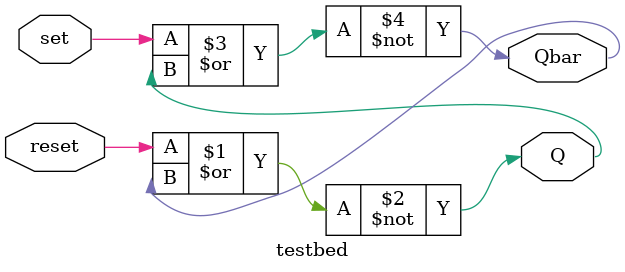
<source format=v>
`timescale 1ns / 1ps
module testbed(
        input reset,
        input set,
        output Q, Qbar
    );
    
    assign  #1 Q = ~(reset | Qbar); 
    assign  #1 Qbar = ~(set | Q); 
   
endmodule

//module testbed(
//        input reset,
//        input set,
//        output Q, Qbar
//    );
    
//    assign  #1 Q = ~(~set & Qbar); 
//    assign  #1 Qbar = ~(~reset & Q); 
    
//    endmodule
    
//module testbed(
//        input reset,
//        input set,
//        input enable,
//        output Q, Qbar
//    );
    
//    wire w1,w2;
    
//    assign #1 w1 = ~(set & enable); 
//    assign #1 w2 = ~(reset & enable); 
    
//    assign  #1 Q = ~(w1 & Qbar); 
//    assign  #1 Qbar = ~(w2 & Q); 
    
//    endmodule
    
//module testbed(
//        input reset,
//        input set,
//        input enable,
//        output Q, Qbar
//    );
    
//    wire w1,w2;
    
//    assign #1 w1 = ~(set & enable); 
//    assign #1 w2 = ~(reset & enable); 
    
//    assign  #1 Q = ~(w1 & Qbar); 
//    assign  #1 Qbar = ~(w2 & Q); 
    
//    endmodule

//module testbed(
//        input d,
//        input enable,
//        output Q, Qbar
//    );
    
//    wire w1,w2;
    
//    assign #1 w1 = ~(d & enable); 
//    assign #1 w2 = ~(~d & enable); 
    
//    assign  #1 Q = ~(w1 & Qbar); 
//    assign  #1 Qbar = ~(w2 & Q); 
    
//    endmodule






</source>
